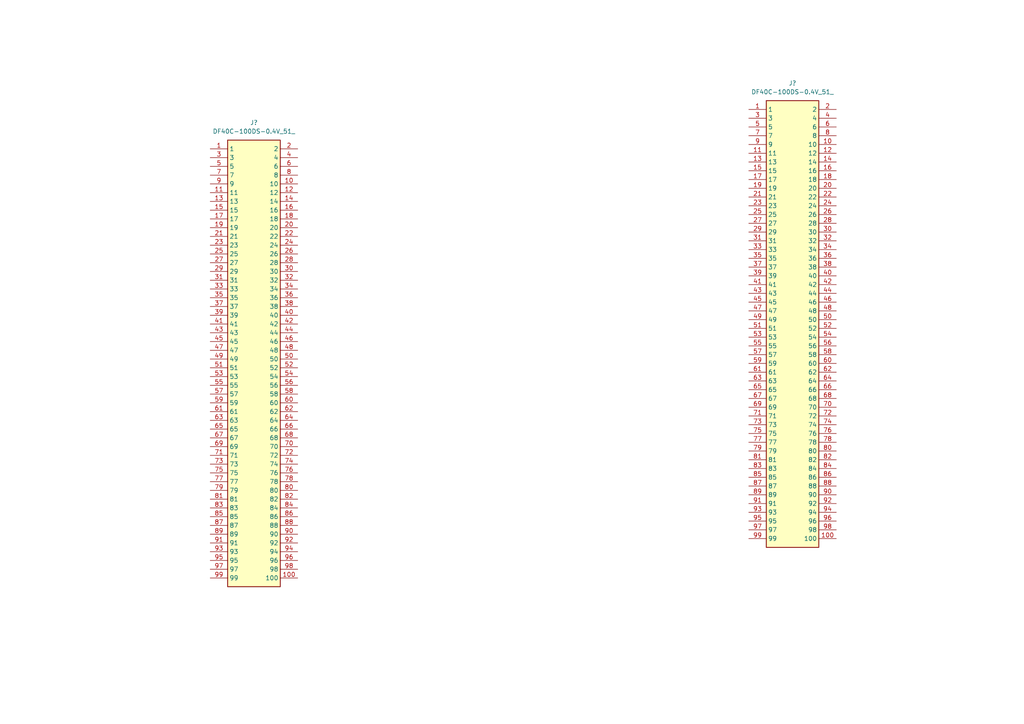
<source format=kicad_sch>
(kicad_sch (version 20231120) (generator "eeschema") (generator_version "8.0")
  (paper "A4")
  (lib_symbols
    (symbol "00_parts_lib:DF40C-100DS-0.4V_51_"
      (property "Reference" "J" (at 21.59 7.62 0))
      (property "Value" "DF40C-100DS-0.4V_51_" (at 21.59 5.08 0))
      (symbol "DF40C-100DS-0.4V_51__1_1"
        (rectangle (start 5.08 2.54) (end 20.32 -127) (stroke (width 0.254)) (fill (type background)))
        (pin passive line (at 0 0 0) (length 5.08) (name "1") (number "1"))
        (pin passive line (at 25.4 -10.16 180) (length 5.08) (name "10") (number "10"))
        (pin passive line (at 25.4 -124.46 180) (length 5.08) (name "100") (number "100"))
        (pin passive line (at 0 -12.7 0) (length 5.08) (name "11") (number "11"))
        (pin passive line (at 25.4 -12.7 180) (length 5.08) (name "12") (number "12"))
        (pin passive line (at 0 -15.24 0) (length 5.08) (name "13") (number "13"))
        (pin passive line (at 25.4 -15.24 180) (length 5.08) (name "14") (number "14"))
        (pin passive line (at 0 -17.78 0) (length 5.08) (name "15") (number "15"))
        (pin passive line (at 25.4 -17.78 180) (length 5.08) (name "16") (number "16"))
        (pin passive line (at 0 -20.32 0) (length 5.08) (name "17") (number "17"))
        (pin passive line (at 25.4 -20.32 180) (length 5.08) (name "18") (number "18"))
        (pin passive line (at 0 -22.86 0) (length 5.08) (name "19") (number "19"))
        (pin passive line (at 25.4 0 180) (length 5.08) (name "2") (number "2"))
        (pin passive line (at 25.4 -22.86 180) (length 5.08) (name "20") (number "20"))
        (pin passive line (at 0 -25.4 0) (length 5.08) (name "21") (number "21"))
        (pin passive line (at 25.4 -25.4 180) (length 5.08) (name "22") (number "22"))
        (pin passive line (at 0 -27.94 0) (length 5.08) (name "23") (number "23"))
        (pin passive line (at 25.4 -27.94 180) (length 5.08) (name "24") (number "24"))
        (pin passive line (at 0 -30.48 0) (length 5.08) (name "25") (number "25"))
        (pin passive line (at 25.4 -30.48 180) (length 5.08) (name "26") (number "26"))
        (pin passive line (at 0 -33.02 0) (length 5.08) (name "27") (number "27"))
        (pin passive line (at 25.4 -33.02 180) (length 5.08) (name "28") (number "28"))
        (pin passive line (at 0 -35.56 0) (length 5.08) (name "29") (number "29"))
        (pin passive line (at 0 -2.54 0) (length 5.08) (name "3") (number "3"))
        (pin passive line (at 25.4 -35.56 180) (length 5.08) (name "30") (number "30"))
        (pin passive line (at 0 -38.1 0) (length 5.08) (name "31") (number "31"))
        (pin passive line (at 25.4 -38.1 180) (length 5.08) (name "32") (number "32"))
        (pin passive line (at 0 -40.64 0) (length 5.08) (name "33") (number "33"))
        (pin passive line (at 25.4 -40.64 180) (length 5.08) (name "34") (number "34"))
        (pin passive line (at 0 -43.18 0) (length 5.08) (name "35") (number "35"))
        (pin passive line (at 25.4 -43.18 180) (length 5.08) (name "36") (number "36"))
        (pin passive line (at 0 -45.72 0) (length 5.08) (name "37") (number "37"))
        (pin passive line (at 25.4 -45.72 180) (length 5.08) (name "38") (number "38"))
        (pin passive line (at 0 -48.26 0) (length 5.08) (name "39") (number "39"))
        (pin passive line (at 25.4 -2.54 180) (length 5.08) (name "4") (number "4"))
        (pin passive line (at 25.4 -48.26 180) (length 5.08) (name "40") (number "40"))
        (pin passive line (at 0 -50.8 0) (length 5.08) (name "41") (number "41"))
        (pin passive line (at 25.4 -50.8 180) (length 5.08) (name "42") (number "42"))
        (pin passive line (at 0 -53.34 0) (length 5.08) (name "43") (number "43"))
        (pin passive line (at 25.4 -53.34 180) (length 5.08) (name "44") (number "44"))
        (pin passive line (at 0 -55.88 0) (length 5.08) (name "45") (number "45"))
        (pin passive line (at 25.4 -55.88 180) (length 5.08) (name "46") (number "46"))
        (pin passive line (at 0 -58.42 0) (length 5.08) (name "47") (number "47"))
        (pin passive line (at 25.4 -58.42 180) (length 5.08) (name "48") (number "48"))
        (pin passive line (at 0 -60.96 0) (length 5.08) (name "49") (number "49"))
        (pin passive line (at 0 -5.08 0) (length 5.08) (name "5") (number "5"))
        (pin passive line (at 25.4 -60.96 180) (length 5.08) (name "50") (number "50"))
        (pin passive line (at 0 -63.5 0) (length 5.08) (name "51") (number "51"))
        (pin passive line (at 25.4 -63.5 180) (length 5.08) (name "52") (number "52"))
        (pin passive line (at 0 -66.04 0) (length 5.08) (name "53") (number "53"))
        (pin passive line (at 25.4 -66.04 180) (length 5.08) (name "54") (number "54"))
        (pin passive line (at 0 -68.58 0) (length 5.08) (name "55") (number "55"))
        (pin passive line (at 25.4 -68.58 180) (length 5.08) (name "56") (number "56"))
        (pin passive line (at 0 -71.12 0) (length 5.08) (name "57") (number "57"))
        (pin passive line (at 25.4 -71.12 180) (length 5.08) (name "58") (number "58"))
        (pin passive line (at 0 -73.66 0) (length 5.08) (name "59") (number "59"))
        (pin passive line (at 25.4 -5.08 180) (length 5.08) (name "6") (number "6"))
        (pin passive line (at 25.4 -73.66 180) (length 5.08) (name "60") (number "60"))
        (pin passive line (at 0 -76.2 0) (length 5.08) (name "61") (number "61"))
        (pin passive line (at 25.4 -76.2 180) (length 5.08) (name "62") (number "62"))
        (pin passive line (at 0 -78.74 0) (length 5.08) (name "63") (number "63"))
        (pin passive line (at 25.4 -78.74 180) (length 5.08) (name "64") (number "64"))
        (pin passive line (at 0 -81.28 0) (length 5.08) (name "65") (number "65"))
        (pin passive line (at 25.4 -81.28 180) (length 5.08) (name "66") (number "66"))
        (pin passive line (at 0 -83.82 0) (length 5.08) (name "67") (number "67"))
        (pin passive line (at 25.4 -83.82 180) (length 5.08) (name "68") (number "68"))
        (pin passive line (at 0 -86.36 0) (length 5.08) (name "69") (number "69"))
        (pin passive line (at 0 -7.62 0) (length 5.08) (name "7") (number "7"))
        (pin passive line (at 25.4 -86.36 180) (length 5.08) (name "70") (number "70"))
        (pin passive line (at 0 -88.9 0) (length 5.08) (name "71") (number "71"))
        (pin passive line (at 25.4 -88.9 180) (length 5.08) (name "72") (number "72"))
        (pin passive line (at 0 -91.44 0) (length 5.08) (name "73") (number "73"))
        (pin passive line (at 25.4 -91.44 180) (length 5.08) (name "74") (number "74"))
        (pin passive line (at 0 -93.98 0) (length 5.08) (name "75") (number "75"))
        (pin passive line (at 25.4 -93.98 180) (length 5.08) (name "76") (number "76"))
        (pin passive line (at 0 -96.52 0) (length 5.08) (name "77") (number "77"))
        (pin passive line (at 25.4 -96.52 180) (length 5.08) (name "78") (number "78"))
        (pin passive line (at 0 -99.06 0) (length 5.08) (name "79") (number "79"))
        (pin passive line (at 25.4 -7.62 180) (length 5.08) (name "8") (number "8"))
        (pin passive line (at 25.4 -99.06 180) (length 5.08) (name "80") (number "80"))
        (pin passive line (at 0 -101.6 0) (length 5.08) (name "81") (number "81"))
        (pin passive line (at 25.4 -101.6 180) (length 5.08) (name "82") (number "82"))
        (pin passive line (at 0 -104.14 0) (length 5.08) (name "83") (number "83"))
        (pin passive line (at 25.4 -104.14 180) (length 5.08) (name "84") (number "84"))
        (pin passive line (at 0 -106.68 0) (length 5.08) (name "85") (number "85"))
        (pin passive line (at 25.4 -106.68 180) (length 5.08) (name "86") (number "86"))
        (pin passive line (at 0 -109.22 0) (length 5.08) (name "87") (number "87"))
        (pin passive line (at 25.4 -109.22 180) (length 5.08) (name "88") (number "88"))
        (pin passive line (at 0 -111.76 0) (length 5.08) (name "89") (number "89"))
        (pin passive line (at 0 -10.16 0) (length 5.08) (name "9") (number "9"))
        (pin passive line (at 25.4 -111.76 180) (length 5.08) (name "90") (number "90"))
        (pin passive line (at 0 -114.3 0) (length 5.08) (name "91") (number "91"))
        (pin passive line (at 25.4 -114.3 180) (length 5.08) (name "92") (number "92"))
        (pin passive line (at 0 -116.84 0) (length 5.08) (name "93") (number "93"))
        (pin passive line (at 25.4 -116.84 180) (length 5.08) (name "94") (number "94"))
        (pin passive line (at 0 -119.38 0) (length 5.08) (name "95") (number "95"))
        (pin passive line (at 25.4 -119.38 180) (length 5.08) (name "96") (number "96"))
        (pin passive line (at 0 -121.92 0) (length 5.08) (name "97") (number "97"))
        (pin passive line (at 25.4 -121.92 180) (length 5.08) (name "98") (number "98"))
        (pin passive line (at 0 -124.46 0) (length 5.08) (name "99") (number "99"))
      )
    )
  )
  (symbol (lib_id "00_parts_lib:DF40C-100DS-0.4V_51_") (at 217.17 31.75 0) (unit 1)
    (property "Reference" "J?" (at 229.87 24.13 0))
    (property "Value" "DF40C-100DS-0.4V_51_" (at 229.87 26.67 0))
    (property "Footprint" "DF40C100DS04V51" (effects (hide yes)))
    (property "Datasheet" "https://datasheet.datasheetarchive.com/originals/distributors/SFDatasheet-7/sf-000141247.pdf" (effects (hide yes)))
    (property "Description" "HIROSE(HRS) - DF40C-100DS-0.4V(51) - CONNECTOR, STACKING, RCPT, 100POS, 2ROW" (effects (hide yes)))
    (property "Mouser Part Number" "798-DF40C100DS0.4V51" (effects (hide yes)))
    (property "Mouser Price/Stock" "https://www.mouser.co.uk/ProductDetail/Hirose-Connector/DF40C-100DS-0.4V51?qs=eDUdFcBPps2MEwbnuPvZzQ%3D%3D" (effects (hide yes)))
    (property "Manufacturer_Name" "Hirose" (effects (hide yes)))
    (property "Manufacturer_Part_Number" "DF40C-100DS-0.4V(51)" (effects (hide yes)))
  )
  (symbol (lib_id "00_parts_lib:DF40C-100DS-0.4V_51_") (at 60.96 43.18 0) (unit 1)
    (property "Reference" "J?" (at 73.66 35.56 0))
    (property "Value" "DF40C-100DS-0.4V_51_" (at 73.66 38.1 0))
    (property "Footprint" "DF40C100DS04V51" (effects (hide yes)))
    (property "Datasheet" "https://datasheet.datasheetarchive.com/originals/distributors/SFDatasheet-7/sf-000141247.pdf" (effects (hide yes)))
    (property "Description" "HIROSE(HRS) - DF40C-100DS-0.4V(51) - CONNECTOR, STACKING, RCPT, 100POS, 2ROW" (effects (hide yes)))
    (property "Mouser Part Number" "798-DF40C100DS0.4V51" (effects (hide yes)))
    (property "Mouser Price/Stock" "https://www.mouser.co.uk/ProductDetail/Hirose-Connector/DF40C-100DS-0.4V51?qs=eDUdFcBPps2MEwbnuPvZzQ%3D%3D" (effects (hide yes)))
    (property "Manufacturer_Name" "Hirose" (effects (hide yes)))
    (property "Manufacturer_Part_Number" "DF40C-100DS-0.4V(51)" (effects (hide yes)))
  )
)
</source>
